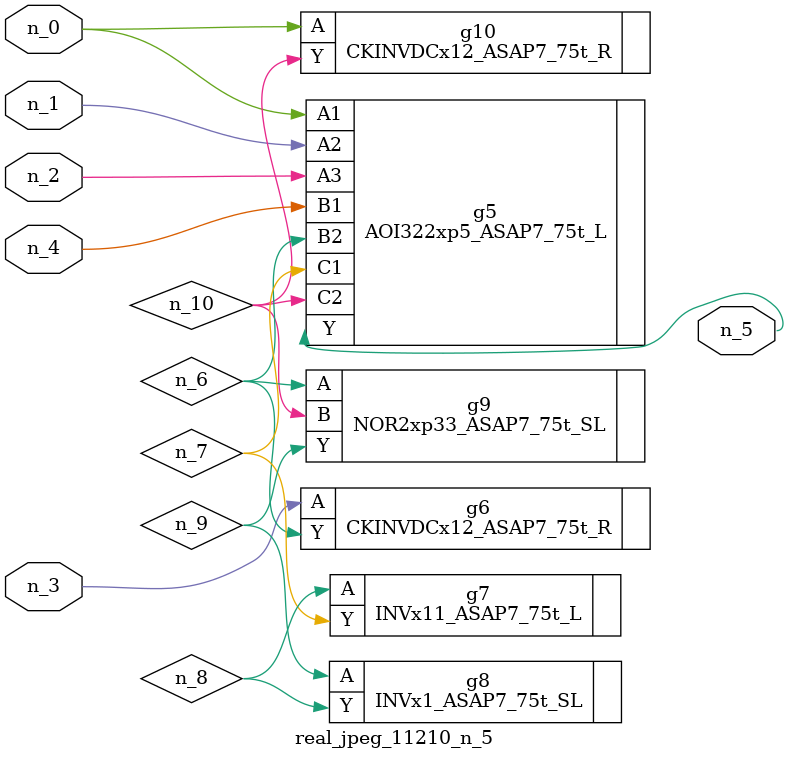
<source format=v>
module real_jpeg_11210_n_5 (n_4, n_0, n_1, n_2, n_3, n_5);

input n_4;
input n_0;
input n_1;
input n_2;
input n_3;

output n_5;

wire n_8;
wire n_6;
wire n_7;
wire n_10;
wire n_9;

AOI322xp5_ASAP7_75t_L g5 ( 
.A1(n_0),
.A2(n_1),
.A3(n_2),
.B1(n_4),
.B2(n_6),
.C1(n_7),
.C2(n_10),
.Y(n_5)
);

CKINVDCx12_ASAP7_75t_R g10 ( 
.A(n_0),
.Y(n_10)
);

CKINVDCx12_ASAP7_75t_R g6 ( 
.A(n_3),
.Y(n_6)
);

NOR2xp33_ASAP7_75t_SL g9 ( 
.A(n_6),
.B(n_10),
.Y(n_9)
);

INVx11_ASAP7_75t_L g7 ( 
.A(n_8),
.Y(n_7)
);

INVx1_ASAP7_75t_SL g8 ( 
.A(n_9),
.Y(n_8)
);


endmodule
</source>
